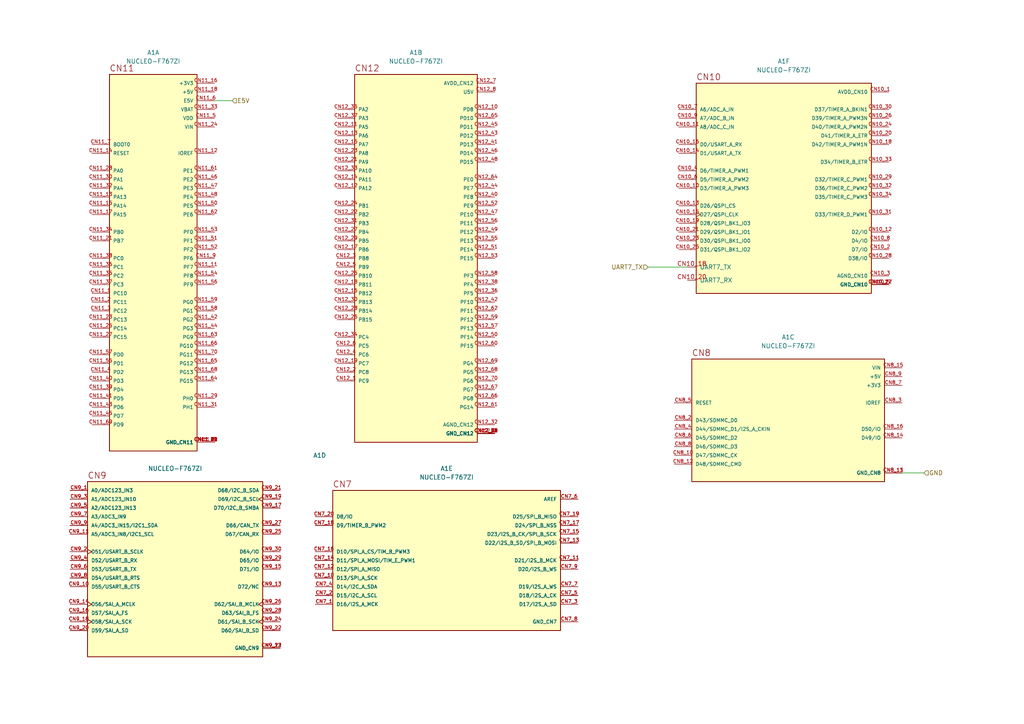
<source format=kicad_sch>
(kicad_sch (version 20230121) (generator eeschema)
  (paper "A4")
  (lib_symbols
    (symbol "NUCLEO-F767ZI:NUCLEO-F767ZI" (pin_names (offset 1.016))
      (property "Reference" "A" (at -12.7 57.15 0))
      (property "Value" "NUCLEO-F767ZI" (at -12.7 -57.15 0))
      (symbol "NUCLEO-F767ZI_1_0"
        (rectangle (start -12.7 53.34) (end 12.7 -55.88) (stroke (width 0.254)) (fill (type background)))
        (text "CN11" (at -12.7 54.102 0) (effects (font (size 1.778 1.778)) (justify left bottom)))
        (pin bidirectional line (at -17.78 -10.16 0) (length 5.08) (name "PC10") (number "CN11_1"))
        (pin bidirectional line (at 17.78 -2.54 180) (length 5.08) (name "PF7") (number "CN11_11"))
        (pin bidirectional line (at 17.78 30.48 180) (length 5.08) (name "IOREF") (number "CN11_12"))
        (pin bidirectional line (at -17.78 17.78 0) (length 5.08) (name "PA13") (number "CN11_13"))
        (pin bidirectional line (at -17.78 30.48 0) (length 5.08) (name "RESET") (number "CN11_14"))
        (pin bidirectional line (at -17.78 15.24 0) (length 5.08) (name "PA14") (number "CN11_15"))
        (pin power_in line (at 17.78 50.8 180) (length 5.08) (name "+3V3") (number "CN11_16"))
        (pin bidirectional line (at -17.78 12.7 0) (length 5.08) (name "PA15") (number "CN11_17"))
        (pin power_in line (at 17.78 48.26 180) (length 5.08) (name "+5V") (number "CN11_18"))
        (pin power_in line (at 17.78 -53.34 180) (length 5.08) (name "GND_CN11") (number "CN11_19"))
        (pin bidirectional line (at -17.78 -12.7 0) (length 5.08) (name "PC11") (number "CN11_2"))
        (pin power_in line (at 17.78 -53.34 180) (length 5.08) (name "GND_CN11") (number "CN11_20"))
        (pin bidirectional line (at -17.78 5.08 0) (length 5.08) (name "PB7") (number "CN11_21"))
        (pin power_in line (at 17.78 -53.34 180) (length 5.08) (name "GND_CN11") (number "CN11_22"))
        (pin bidirectional line (at -17.78 -17.78 0) (length 5.08) (name "PC13") (number "CN11_23"))
        (pin power_in line (at 17.78 38.1 180) (length 5.08) (name "VIN") (number "CN11_24"))
        (pin bidirectional line (at -17.78 -20.32 0) (length 5.08) (name "PC14") (number "CN11_25"))
        (pin bidirectional line (at -17.78 -22.86 0) (length 5.08) (name "PC15") (number "CN11_27"))
        (pin bidirectional line (at -17.78 25.4 0) (length 5.08) (name "PA0") (number "CN11_28"))
        (pin bidirectional line (at 17.78 -40.64 180) (length 5.08) (name "PH0") (number "CN11_29"))
        (pin bidirectional line (at -17.78 -15.24 0) (length 5.08) (name "PC12") (number "CN11_3"))
        (pin bidirectional line (at -17.78 22.86 0) (length 5.08) (name "PA1") (number "CN11_30"))
        (pin bidirectional line (at 17.78 -43.18 180) (length 5.08) (name "PH1") (number "CN11_31"))
        (pin bidirectional line (at -17.78 20.32 0) (length 5.08) (name "PA4") (number "CN11_32"))
        (pin power_in line (at 17.78 43.18 180) (length 5.08) (name "VBAT") (number "CN11_33"))
        (pin bidirectional line (at -17.78 7.62 0) (length 5.08) (name "PB0") (number "CN11_34"))
        (pin bidirectional line (at -17.78 -5.08 0) (length 5.08) (name "PC2") (number "CN11_35"))
        (pin bidirectional line (at -17.78 -2.54 0) (length 5.08) (name "PC1") (number "CN11_36"))
        (pin bidirectional line (at -17.78 -7.62 0) (length 5.08) (name "PC3") (number "CN11_37"))
        (pin bidirectional line (at -17.78 0 0) (length 5.08) (name "PC0") (number "CN11_38"))
        (pin bidirectional line (at -17.78 -38.1 0) (length 5.08) (name "PD4") (number "CN11_39"))
        (pin bidirectional line (at -17.78 -33.02 0) (length 5.08) (name "PD2") (number "CN11_4"))
        (pin bidirectional line (at -17.78 -35.56 0) (length 5.08) (name "PD3") (number "CN11_40"))
        (pin bidirectional line (at -17.78 -40.64 0) (length 5.08) (name "PD5") (number "CN11_41"))
        (pin bidirectional line (at 17.78 -17.78 180) (length 5.08) (name "PG2") (number "CN11_42"))
        (pin bidirectional line (at -17.78 -43.18 0) (length 5.08) (name "PD6") (number "CN11_43"))
        (pin bidirectional line (at 17.78 -20.32 180) (length 5.08) (name "PG3") (number "CN11_44"))
        (pin bidirectional line (at -17.78 -45.72 0) (length 5.08) (name "PD7") (number "CN11_45"))
        (pin bidirectional line (at 17.78 22.86 180) (length 5.08) (name "PE2") (number "CN11_46"))
        (pin bidirectional line (at 17.78 20.32 180) (length 5.08) (name "PE3") (number "CN11_47"))
        (pin bidirectional line (at 17.78 17.78 180) (length 5.08) (name "PE4") (number "CN11_48"))
        (pin power_in line (at 17.78 -53.34 180) (length 5.08) (name "GND_CN11") (number "CN11_49"))
        (pin power_in line (at 17.78 40.64 180) (length 5.08) (name "VDD") (number "CN11_5"))
        (pin bidirectional line (at 17.78 15.24 180) (length 5.08) (name "PE5") (number "CN11_50"))
        (pin bidirectional line (at 17.78 5.08 180) (length 5.08) (name "PF1") (number "CN11_51"))
        (pin bidirectional line (at 17.78 2.54 180) (length 5.08) (name "PF2") (number "CN11_52"))
        (pin bidirectional line (at 17.78 7.62 180) (length 5.08) (name "PF0") (number "CN11_53"))
        (pin bidirectional line (at 17.78 -5.08 180) (length 5.08) (name "PF8") (number "CN11_54"))
        (pin bidirectional line (at -17.78 -30.48 0) (length 5.08) (name "PD1") (number "CN11_55"))
        (pin bidirectional line (at 17.78 -7.62 180) (length 5.08) (name "PF9") (number "CN11_56"))
        (pin bidirectional line (at -17.78 -27.94 0) (length 5.08) (name "PD0") (number "CN11_57"))
        (pin bidirectional line (at 17.78 -15.24 180) (length 5.08) (name "PG1") (number "CN11_58"))
        (pin bidirectional line (at 17.78 -12.7 180) (length 5.08) (name "PG0") (number "CN11_59"))
        (pin power_in line (at 17.78 45.72 180) (length 5.08) (name "E5V") (number "CN11_6"))
        (pin power_in line (at 17.78 -53.34 180) (length 5.08) (name "GND_CN11") (number "CN11_60"))
        (pin bidirectional line (at 17.78 25.4 180) (length 5.08) (name "PE1") (number "CN11_61"))
        (pin bidirectional line (at 17.78 12.7 180) (length 5.08) (name "PE6") (number "CN11_62"))
        (pin bidirectional line (at 17.78 -22.86 180) (length 5.08) (name "PG9") (number "CN11_63"))
        (pin bidirectional line (at 17.78 -35.56 180) (length 5.08) (name "PG15") (number "CN11_64"))
        (pin bidirectional line (at 17.78 -30.48 180) (length 5.08) (name "PG12") (number "CN11_65"))
        (pin bidirectional line (at 17.78 -25.4 180) (length 5.08) (name "PG10") (number "CN11_66"))
        (pin bidirectional line (at 17.78 -33.02 180) (length 5.08) (name "PG13") (number "CN11_68"))
        (pin bidirectional line (at -17.78 -48.26 0) (length 5.08) (name "PD9") (number "CN11_69"))
        (pin bidirectional line (at -17.78 33.02 0) (length 5.08) (name "BOOT0") (number "CN11_7"))
        (pin bidirectional line (at 17.78 -27.94 180) (length 5.08) (name "PG11") (number "CN11_70"))
        (pin power_in line (at 17.78 -53.34 180) (length 5.08) (name "GND_CN11") (number "CN11_71"))
        (pin power_in line (at 17.78 -53.34 180) (length 5.08) (name "GND_CN11") (number "CN11_72"))
        (pin power_in line (at 17.78 -53.34 180) (length 5.08) (name "GND_CN11") (number "CN11_8"))
        (pin bidirectional line (at 17.78 0 180) (length 5.08) (name "PF6") (number "CN11_9"))
      )
      (symbol "NUCLEO-F767ZI_2_0"
        (rectangle (start -17.78 -53.34) (end 17.78 53.34) (stroke (width 0.254)) (fill (type background)))
        (text "CN12" (at -17.78 54.102 0) (effects (font (size 1.778 1.778)) (justify left bottom)))
        (pin bidirectional line (at -22.86 -35.56 0) (length 5.08) (name "PC9") (number "CN12_1"))
        (pin bidirectional line (at 22.86 43.18 180) (length 5.08) (name "PD8") (number "CN12_10"))
        (pin bidirectional line (at -22.86 38.1 0) (length 5.08) (name "PA5") (number "CN12_11"))
        (pin bidirectional line (at -22.86 20.32 0) (length 5.08) (name "PA12") (number "CN12_12"))
        (pin bidirectional line (at -22.86 35.56 0) (length 5.08) (name "PA6") (number "CN12_13"))
        (pin bidirectional line (at -22.86 22.86 0) (length 5.08) (name "PA11") (number "CN12_14"))
        (pin bidirectional line (at -22.86 33.02 0) (length 5.08) (name "PA7") (number "CN12_15"))
        (pin bidirectional line (at -22.86 -10.16 0) (length 5.08) (name "PB12") (number "CN12_16"))
        (pin bidirectional line (at -22.86 2.54 0) (length 5.08) (name "PB6") (number "CN12_17"))
        (pin bidirectional line (at -22.86 -7.62 0) (length 5.08) (name "PB11") (number "CN12_18"))
        (pin bidirectional line (at -22.86 -30.48 0) (length 5.08) (name "PC7") (number "CN12_19"))
        (pin bidirectional line (at -22.86 -33.02 0) (length 5.08) (name "PC8") (number "CN12_2"))
        (pin power_in line (at 22.86 -50.8 180) (length 5.08) (name "GND_CN12") (number "CN12_20"))
        (pin bidirectional line (at -22.86 27.94 0) (length 5.08) (name "PA9") (number "CN12_21"))
        (pin bidirectional line (at -22.86 12.7 0) (length 5.08) (name "PB2") (number "CN12_22"))
        (pin bidirectional line (at -22.86 30.48 0) (length 5.08) (name "PA8") (number "CN12_23"))
        (pin bidirectional line (at -22.86 15.24 0) (length 5.08) (name "PB1") (number "CN12_24"))
        (pin bidirectional line (at -22.86 -5.08 0) (length 5.08) (name "PB10") (number "CN12_25"))
        (pin bidirectional line (at -22.86 -17.78 0) (length 5.08) (name "PB15") (number "CN12_26"))
        (pin bidirectional line (at -22.86 7.62 0) (length 5.08) (name "PB4") (number "CN12_27"))
        (pin bidirectional line (at -22.86 -15.24 0) (length 5.08) (name "PB14") (number "CN12_28"))
        (pin bidirectional line (at -22.86 5.08 0) (length 5.08) (name "PB5") (number "CN12_29"))
        (pin bidirectional line (at -22.86 0 0) (length 5.08) (name "PB8") (number "CN12_3"))
        (pin bidirectional line (at -22.86 -12.7 0) (length 5.08) (name "PB13") (number "CN12_30"))
        (pin bidirectional line (at -22.86 10.16 0) (length 5.08) (name "PB3") (number "CN12_31"))
        (pin power_in line (at 22.86 -48.26 180) (length 5.08) (name "AGND_CN12") (number "CN12_32"))
        (pin bidirectional line (at -22.86 25.4 0) (length 5.08) (name "PA10") (number "CN12_33"))
        (pin bidirectional line (at -22.86 -22.86 0) (length 5.08) (name "PC4") (number "CN12_34"))
        (pin bidirectional line (at -22.86 43.18 0) (length 5.08) (name "PA2") (number "CN12_35"))
        (pin bidirectional line (at 22.86 -10.16 180) (length 5.08) (name "PF5") (number "CN12_36"))
        (pin bidirectional line (at -22.86 40.64 0) (length 5.08) (name "PA3") (number "CN12_37"))
        (pin bidirectional line (at 22.86 -7.62 180) (length 5.08) (name "PF4") (number "CN12_38"))
        (pin power_in line (at 22.86 -50.8 180) (length 5.08) (name "GND_CN12") (number "CN12_39"))
        (pin bidirectional line (at -22.86 -27.94 0) (length 5.08) (name "PC6") (number "CN12_4"))
        (pin bidirectional line (at 22.86 17.78 180) (length 5.08) (name "PE8") (number "CN12_40"))
        (pin bidirectional line (at 22.86 33.02 180) (length 5.08) (name "PD13") (number "CN12_41"))
        (pin bidirectional line (at 22.86 -12.7 180) (length 5.08) (name "PF10") (number "CN12_42"))
        (pin bidirectional line (at 22.86 35.56 180) (length 5.08) (name "PD12") (number "CN12_43"))
        (pin bidirectional line (at 22.86 20.32 180) (length 5.08) (name "PE7") (number "CN12_44"))
        (pin bidirectional line (at 22.86 38.1 180) (length 5.08) (name "PD11") (number "CN12_45"))
        (pin bidirectional line (at 22.86 30.48 180) (length 5.08) (name "PD14") (number "CN12_46"))
        (pin bidirectional line (at 22.86 12.7 180) (length 5.08) (name "PE10") (number "CN12_47"))
        (pin bidirectional line (at 22.86 27.94 180) (length 5.08) (name "PD15") (number "CN12_48"))
        (pin bidirectional line (at 22.86 7.62 180) (length 5.08) (name "PE12") (number "CN12_49"))
        (pin bidirectional line (at -22.86 -2.54 0) (length 5.08) (name "PB9") (number "CN12_5"))
        (pin bidirectional line (at 22.86 -22.86 180) (length 5.08) (name "PF14") (number "CN12_50"))
        (pin bidirectional line (at 22.86 2.54 180) (length 5.08) (name "PE14") (number "CN12_51"))
        (pin bidirectional line (at 22.86 15.24 180) (length 5.08) (name "PE9") (number "CN12_52"))
        (pin bidirectional line (at 22.86 0 180) (length 5.08) (name "PE15") (number "CN12_53"))
        (pin power_in line (at 22.86 -50.8 180) (length 5.08) (name "GND_CN12") (number "CN12_54"))
        (pin bidirectional line (at 22.86 5.08 180) (length 5.08) (name "PE13") (number "CN12_55"))
        (pin bidirectional line (at 22.86 10.16 180) (length 5.08) (name "PE11") (number "CN12_56"))
        (pin bidirectional line (at 22.86 -20.32 180) (length 5.08) (name "PF13") (number "CN12_57"))
        (pin bidirectional line (at 22.86 -5.08 180) (length 5.08) (name "PF3") (number "CN12_58"))
        (pin bidirectional line (at 22.86 -17.78 180) (length 5.08) (name "PF12") (number "CN12_59"))
        (pin bidirectional line (at -22.86 -25.4 0) (length 5.08) (name "PC5") (number "CN12_6"))
        (pin bidirectional line (at 22.86 -25.4 180) (length 5.08) (name "PF15") (number "CN12_60"))
        (pin bidirectional line (at 22.86 -43.18 180) (length 5.08) (name "PG14") (number "CN12_61"))
        (pin bidirectional line (at 22.86 -15.24 180) (length 5.08) (name "PF11") (number "CN12_62"))
        (pin power_in line (at 22.86 -50.8 180) (length 5.08) (name "GND_CN12") (number "CN12_63"))
        (pin bidirectional line (at 22.86 22.86 180) (length 5.08) (name "PE0") (number "CN12_64"))
        (pin bidirectional line (at 22.86 40.64 180) (length 5.08) (name "PD10") (number "CN12_65"))
        (pin bidirectional line (at 22.86 -40.64 180) (length 5.08) (name "PG8") (number "CN12_66"))
        (pin bidirectional line (at 22.86 -38.1 180) (length 5.08) (name "PG7") (number "CN12_67"))
        (pin bidirectional line (at 22.86 -33.02 180) (length 5.08) (name "PG5") (number "CN12_68"))
        (pin bidirectional line (at 22.86 -30.48 180) (length 5.08) (name "PG4") (number "CN12_69"))
        (pin power_in line (at 22.86 50.8 180) (length 5.08) (name "AVDD_CN12") (number "CN12_7"))
        (pin bidirectional line (at 22.86 -35.56 180) (length 5.08) (name "PG6") (number "CN12_70"))
        (pin power_in line (at 22.86 -50.8 180) (length 5.08) (name "GND_CN12") (number "CN12_71"))
        (pin power_in line (at 22.86 -50.8 180) (length 5.08) (name "GND_CN12") (number "CN12_72"))
        (pin power_in line (at 22.86 48.26 180) (length 5.08) (name "U5V") (number "CN12_8"))
        (pin power_in line (at 22.86 -50.8 180) (length 5.08) (name "GND_CN12") (number "CN12_9"))
      )
      (symbol "NUCLEO-F767ZI_3_0"
        (rectangle (start -27.94 -17.78) (end 27.94 17.78) (stroke (width 0.254)) (fill (type background)))
        (text "CN8" (at -27.94 18.542 0) (effects (font (size 1.778 1.778)) (justify left bottom)))
        (pin bidirectional line (at -33.02 -10.16 0) (length 5.08) (name "D47/SDMMC_CK") (number "CN8_10"))
        (pin power_in line (at 33.02 -15.24 180) (length 5.08) (name "GND_CN8") (number "CN8_11"))
        (pin bidirectional line (at -33.02 -12.7 0) (length 5.08) (name "D48/SDMMC_CMD") (number "CN8_12"))
        (pin power_in line (at 33.02 -15.24 180) (length 5.08) (name "GND_CN8") (number "CN8_13"))
        (pin bidirectional line (at 33.02 -5.08 180) (length 5.08) (name "D49/IO") (number "CN8_14"))
        (pin power_in line (at 33.02 15.24 180) (length 5.08) (name "VIN") (number "CN8_15"))
        (pin bidirectional line (at 33.02 -2.54 180) (length 5.08) (name "D50/IO") (number "CN8_16"))
        (pin bidirectional line (at -33.02 0 0) (length 5.08) (name "D43/SDMMC_D0") (number "CN8_2"))
        (pin bidirectional line (at 33.02 5.08 180) (length 5.08) (name "IOREF") (number "CN8_3"))
        (pin bidirectional line (at -33.02 -2.54 0) (length 5.08) (name "D44/SDMMC_D1/I2S_A_CKIN") (number "CN8_4"))
        (pin bidirectional line (at -33.02 5.08 0) (length 5.08) (name "RESET") (number "CN8_5"))
        (pin bidirectional line (at -33.02 -5.08 0) (length 5.08) (name "D45/SDMMC_D2") (number "CN8_6"))
        (pin power_in line (at 33.02 10.16 180) (length 5.08) (name "+3V3") (number "CN8_7"))
        (pin bidirectional line (at -33.02 -7.62 0) (length 5.08) (name "D46/SDMMC_D3") (number "CN8_8"))
        (pin power_in line (at 33.02 12.7 180) (length 5.08) (name "+5V") (number "CN8_9"))
      )
      (symbol "NUCLEO-F767ZI_4_0"
        (rectangle (start -25.4 -25.4) (end 25.4 25.4) (stroke (width 0.254)) (fill (type background)))
        (text "CN9" (at -25.4 26.162 0) (effects (font (size 1.778 1.778)) (justify left bottom)))
        (pin input line (at -30.48 22.86 0) (length 5.08) (name "A0/ADC123_IN3") (number "CN9_1"))
        (pin bidirectional line (at -30.48 -5.08 0) (length 5.08) (name "D55/USART_B_CTS") (number "CN9_10"))
        (pin input line (at -30.48 10.16 0) (length 5.08) (name "A5/ADC3_IN8/I2C1_SCL") (number "CN9_11"))
        (pin power_in line (at 30.48 -22.86 180) (length 5.08) (name "GND_CN9") (number "CN9_12"))
        (pin bidirectional line (at 30.48 -5.08 180) (length 5.08) (name "D72/NC") (number "CN9_13"))
        (pin bidirectional clock (at -30.48 -10.16 0) (length 5.08) (name "D56/SAI_A_MCLK") (number "CN9_14"))
        (pin bidirectional line (at 30.48 0 180) (length 5.08) (name "D71/IO") (number "CN9_15"))
        (pin bidirectional line (at -30.48 -12.7 0) (length 5.08) (name "D57/SAI_A_FS") (number "CN9_16"))
        (pin bidirectional line (at 30.48 17.78 180) (length 5.08) (name "D70/I2C_B_SMBA") (number "CN9_17"))
        (pin bidirectional clock (at -30.48 -15.24 0) (length 5.08) (name "D58/SAI_A_SCK") (number "CN9_18"))
        (pin bidirectional clock (at 30.48 20.32 180) (length 5.08) (name "D69/I2C_B_SCL") (number "CN9_19"))
        (pin bidirectional clock (at -30.48 5.08 0) (length 5.08) (name "D51/USART_B_SCLK") (number "CN9_2"))
        (pin bidirectional line (at -30.48 -17.78 0) (length 5.08) (name "D59/SAI_A_SD") (number "CN9_20"))
        (pin bidirectional line (at 30.48 22.86 180) (length 5.08) (name "D68/I2C_B_SDA") (number "CN9_21"))
        (pin bidirectional line (at 30.48 -17.78 180) (length 5.08) (name "D60/SAI_B_SD") (number "CN9_22"))
        (pin power_in line (at 30.48 -22.86 180) (length 5.08) (name "GND_CN9") (number "CN9_23"))
        (pin bidirectional clock (at 30.48 -15.24 180) (length 5.08) (name "D61/SAI_B_SCK") (number "CN9_24"))
        (pin input line (at 30.48 10.16 180) (length 5.08) (name "D67/CAN_RX") (number "CN9_25"))
        (pin bidirectional clock (at 30.48 -10.16 180) (length 5.08) (name "D62/SAI_B_MCLK") (number "CN9_26"))
        (pin output line (at 30.48 12.7 180) (length 5.08) (name "D66/CAN_TX") (number "CN9_27"))
        (pin bidirectional line (at 30.48 -12.7 180) (length 5.08) (name "D63/SAI_B_FS") (number "CN9_28"))
        (pin bidirectional line (at 30.48 2.54 180) (length 5.08) (name "D65/IO") (number "CN9_29"))
        (pin input line (at -30.48 20.32 0) (length 5.08) (name "A1/ADC123_IN10") (number "CN9_3"))
        (pin bidirectional line (at 30.48 5.08 180) (length 5.08) (name "D64/IO") (number "CN9_30"))
        (pin bidirectional line (at -30.48 2.54 0) (length 5.08) (name "D52/USART_B_RX") (number "CN9_4"))
        (pin input line (at -30.48 17.78 0) (length 5.08) (name "A2/ADC123_IN13") (number "CN9_5"))
        (pin bidirectional line (at -30.48 0 0) (length 5.08) (name "D53/USART_B_TX") (number "CN9_6"))
        (pin input line (at -30.48 15.24 0) (length 5.08) (name "A3/ADC3_IN9") (number "CN9_7"))
        (pin bidirectional line (at -30.48 -2.54 0) (length 5.08) (name "D54/USART_B_RTS") (number "CN9_8"))
        (pin input line (at -30.48 12.7 0) (length 5.08) (name "A4/ADC3_IN15/I2C1_SDA") (number "CN9_9"))
      )
      (symbol "NUCLEO-F767ZI_5_0"
        (rectangle (start -33.02 -20.32) (end 33.02 20.32) (stroke (width 0.254)) (fill (type background)))
        (text "CN7" (at -33.02 21.082 0) (effects (font (size 1.778 1.778)) (justify left bottom)))
        (pin bidirectional line (at -38.1 -12.7 0) (length 5.08) (name "D16/I2S_A_MCK") (number "CN7_1"))
        (pin bidirectional line (at -38.1 -5.08 0) (length 5.08) (name "D13/SPI_A_SCK") (number "CN7_10"))
        (pin bidirectional line (at 38.1 0 180) (length 5.08) (name "D21/I2S_B_MCK") (number "CN7_11"))
        (pin bidirectional line (at -38.1 -2.54 0) (length 5.08) (name "D12/SPI_A_MISO") (number "CN7_12"))
        (pin bidirectional line (at 38.1 5.08 180) (length 5.08) (name "D22/I2S_B_SD/SPI_B_MOSI") (number "CN7_13"))
        (pin bidirectional line (at -38.1 0 0) (length 5.08) (name "D11/SPI_A_MOSI/TIM_E_PWM1") (number "CN7_14"))
        (pin bidirectional line (at 38.1 7.62 180) (length 5.08) (name "D23/I2S_B_CK/SPI_B_SCK") (number "CN7_15"))
        (pin bidirectional line (at -38.1 2.54 0) (length 5.08) (name "D10/SPI_A_CS/TIM_B_PWM3") (number "CN7_16"))
        (pin bidirectional line (at 38.1 10.16 180) (length 5.08) (name "D24/SPI_B_NSS") (number "CN7_17"))
        (pin bidirectional line (at -38.1 10.16 0) (length 5.08) (name "D9/TIMER_B_PWM2") (number "CN7_18"))
        (pin bidirectional line (at 38.1 12.7 180) (length 5.08) (name "D25/SPI_B_MISO") (number "CN7_19"))
        (pin bidirectional line (at -38.1 -10.16 0) (length 5.08) (name "D15/I2C_A_SCL") (number "CN7_2"))
        (pin bidirectional line (at -38.1 12.7 0) (length 5.08) (name "D8/IO") (number "CN7_20"))
        (pin bidirectional line (at 38.1 -12.7 180) (length 5.08) (name "D17/I2S_A_SD") (number "CN7_3"))
        (pin bidirectional line (at -38.1 -7.62 0) (length 5.08) (name "D14/I2C_A_SDA") (number "CN7_4"))
        (pin bidirectional line (at 38.1 -10.16 180) (length 5.08) (name "D18/I2S_A_CK") (number "CN7_5"))
        (pin power_in line (at 38.1 17.78 180) (length 5.08) (name "AREF") (number "CN7_6"))
        (pin bidirectional line (at 38.1 -7.62 180) (length 5.08) (name "D19/I2S_A_WS") (number "CN7_7"))
        (pin power_in line (at 38.1 -17.78 180) (length 5.08) (name "GND_CN7") (number "CN7_8"))
        (pin bidirectional line (at 38.1 -2.54 180) (length 5.08) (name "D20/I2S_B_WS") (number "CN7_9"))
      )
      (symbol "NUCLEO-F767ZI_6_0"
        (rectangle (start -25.4 -30.48) (end 25.4 30.48) (stroke (width 0.254)) (fill (type background)))
        (text "CN10" (at -25.4 31.242 0) (effects (font (size 1.778 1.778)) (justify left bottom)))
        (pin power_in line (at 30.48 27.94 180) (length 5.08) (name "AVDD_CN10") (number "CN10_1"))
        (pin bidirectional line (at -30.48 0 0) (length 5.08) (name "D3/TIMER_A_PWM3") (number "CN10_10"))
        (pin input line (at -30.48 17.78 0) (length 5.08) (name "A8/ADC_C_IN") (number "CN10_11"))
        (pin bidirectional line (at 30.48 -12.7 180) (length 5.08) (name "D2/IO") (number "CN10_12"))
        (pin bidirectional line (at -30.48 -5.08 0) (length 5.08) (name "D26/QSPI_CS") (number "CN10_13"))
        (pin output line (at -30.48 10.16 0) (length 5.08) (name "D1/USART_A_TX") (number "CN10_14"))
        (pin bidirectional clock (at -30.48 -7.62 0) (length 5.08) (name "D27/QSPI_CLK") (number "CN10_15"))
        (pin input line (at -30.48 12.7 0) (length 5.08) (name "D0/USART_A_RX") (number "CN10_16"))
        (pin power_in line (at 30.48 -27.94 180) (length 5.08) (name "GND_CN10") (number "CN10_17"))
        (pin bidirectional line (at 30.48 12.7 180) (length 5.08) (name "D42/TIMER_A_PWM1N") (number "CN10_18"))
        (pin bidirectional line (at -30.48 -10.16 0) (length 5.08) (name "D28/QSPI_BK1_IO3") (number "CN10_19"))
        (pin bidirectional line (at 30.48 -17.78 180) (length 5.08) (name "D7/IO") (number "CN10_2"))
        (pin bidirectional line (at 30.48 15.24 180) (length 5.08) (name "D41/TIMER_A_ETR") (number "CN10_20"))
        (pin bidirectional line (at -30.48 -12.7 0) (length 5.08) (name "D29/QSPI_BK1_IO1") (number "CN10_21"))
        (pin power_in line (at 30.48 -27.94 180) (length 5.08) (name "GND_CN10") (number "CN10_22"))
        (pin bidirectional line (at -30.48 -15.24 0) (length 5.08) (name "D30/QSPI_BK1_IO0") (number "CN10_23"))
        (pin bidirectional line (at 30.48 17.78 180) (length 5.08) (name "D40/TIMER_A_PWM2N") (number "CN10_24"))
        (pin bidirectional line (at -30.48 -17.78 0) (length 5.08) (name "D31/QSPI_BK1_IO2") (number "CN10_25"))
        (pin bidirectional line (at 30.48 20.32 180) (length 5.08) (name "D39/TIMER_A_PWM3N") (number "CN10_26"))
        (pin power_in line (at 30.48 -27.94 180) (length 5.08) (name "GND_CN10") (number "CN10_27"))
        (pin bidirectional line (at 30.48 -20.32 180) (length 5.08) (name "D38/IO") (number "CN10_28"))
        (pin bidirectional line (at 30.48 2.54 180) (length 5.08) (name "D32/TIMER_C_PWM1") (number "CN10_29"))
        (pin power_in line (at 30.48 -25.4 180) (length 5.08) (name "AGND_CN10") (number "CN10_3"))
        (pin bidirectional line (at 30.48 22.86 180) (length 5.08) (name "D37/TIMER_A_BKIN1") (number "CN10_30"))
        (pin bidirectional line (at 30.48 -7.62 180) (length 5.08) (name "D33/TIMER_D_PWM1") (number "CN10_31"))
        (pin bidirectional line (at 30.48 0 180) (length 5.08) (name "D36/TIMER_C_PWM2") (number "CN10_32"))
        (pin bidirectional line (at 30.48 7.62 180) (length 5.08) (name "D34/TIMER_B_ETR") (number "CN10_33"))
        (pin bidirectional line (at 30.48 -2.54 180) (length 5.08) (name "D35/TIMER_C_PWM3") (number "CN10_34"))
        (pin bidirectional line (at -30.48 5.08 0) (length 5.08) (name "D6/TIMER_A_PWM1") (number "CN10_4"))
        (pin power_in line (at 30.48 -27.94 180) (length 5.08) (name "GND_CN10") (number "CN10_5"))
        (pin bidirectional line (at -30.48 2.54 0) (length 5.08) (name "D5/TIMER_A_PWM2") (number "CN10_6"))
        (pin input line (at -30.48 22.86 0) (length 5.08) (name "A6/ADC_A_IN") (number "CN10_7"))
        (pin bidirectional line (at 30.48 -15.24 180) (length 5.08) (name "D4/IO") (number "CN10_8"))
        (pin input line (at -30.48 20.32 0) (length 5.08) (name "A7/ADC_B_IN") (number "CN10_9"))
      )
      (symbol "NUCLEO-F767ZI_6_1"
        (pin output line (at -27.94 -22.86 0) (length 2.54) (name "UART7_TX") (number "CN10_18"))
        (pin input line (at -27.94 -26.67 0) (length 2.54) (name "UART7_RX") (number "CN10_20"))
      )
    )
  )
  (wire (pts (xy 261.62 137.16) (xy 267.97 137.16)))
  (wire (pts (xy 187.96 77.47) (xy 199.39 77.47)))
  (wire (pts (xy 62.23 29.21) (xy 67.31 29.21)))
  (hierarchical_label "GND" (shape input) (at 267.97 137.16 0))
  (hierarchical_label "UART7_TX" (shape input) (at 187.96 77.47 180))
  (hierarchical_label "E5V" (shape input) (at 67.31 29.21 0))
  (symbol (lib_id "NUCLEO-F767ZI:NUCLEO-F767ZI") (at 228.6 121.92 0) (unit 3)
    (property "Reference" "A1" (at 228.6 97.79 0))
    (property "Value" "NUCLEO-F767ZI" (at 228.6 100.33 0))
    (property "Footprint" "NUCLEO-F767ZI:NUCLEO-F767ZI" (effects hide))
    (property "MAXIMUM_PACKAGE_HEIGHT" "N/A" (effects hide))
    (property "STANDARD" "Manufacturer Recommendations" (effects hide))
    (property "PARTREV" "7" (effects hide))
    (property "MANUFACTURER" "STMicroelectronics" (effects hide))
  )
  (symbol (lib_id "NUCLEO-F767ZI:NUCLEO-F767ZI") (at 50.8 165.1 0) (unit 4)
    (property "Reference" "A1" (at 92.71 132.08 0))
    (property "Value" "NUCLEO-F767ZI" (at 50.8 135.89 0))
    (property "Footprint" "NUCLEO-F767ZI:NUCLEO-F767ZI" (effects hide))
    (property "MAXIMUM_PACKAGE_HEIGHT" "N/A" (effects hide))
    (property "STANDARD" "Manufacturer Recommendations" (effects hide))
    (property "PARTREV" "7" (effects hide))
    (property "MANUFACTURER" "STMicroelectronics" (effects hide))
  )
  (symbol (lib_id "NUCLEO-F767ZI:NUCLEO-F767ZI") (at 129.54 162.56 0) (unit 5)
    (property "Reference" "A1" (at 129.54 135.89 0))
    (property "Value" "NUCLEO-F767ZI" (at 129.54 138.43 0))
    (property "Footprint" "NUCLEO-F767ZI:NUCLEO-F767ZI" (effects hide))
    (property "MAXIMUM_PACKAGE_HEIGHT" "N/A" (effects hide))
    (property "STANDARD" "Manufacturer Recommendations" (effects hide))
    (property "PARTREV" "7" (effects hide))
    (property "MANUFACTURER" "STMicroelectronics" (effects hide))
  )
  (symbol (lib_id "NUCLEO-F767ZI:NUCLEO-F767ZI") (at 227.33 54.61 0) (unit 6)
    (property "Reference" "A1" (at 227.33 17.78 0))
    (property "Value" "NUCLEO-F767ZI" (at 227.33 20.32 0))
    (property "Footprint" "NUCLEO-F767ZI:NUCLEO-F767ZI" (effects hide))
    (property "MAXIMUM_PACKAGE_HEIGHT" "N/A" (effects hide))
    (property "STANDARD" "Manufacturer Recommendations" (effects hide))
    (property "PARTREV" "7" (effects hide))
    (property "MANUFACTURER" "STMicroelectronics" (effects hide))
  )
  (symbol (lib_id "NUCLEO-F767ZI:NUCLEO-F767ZI") (at 120.65 74.93 0) (unit 2)
    (property "Reference" "A1" (at 120.65 15.24 0))
    (property "Value" "NUCLEO-F767ZI" (at 120.65 17.78 0))
    (property "Footprint" "NUCLEO-F767ZI:NUCLEO-F767ZI" (effects hide))
    (property "MAXIMUM_PACKAGE_HEIGHT" "N/A" (effects hide))
    (property "STANDARD" "Manufacturer Recommendations" (effects hide))
    (property "PARTREV" "7" (effects hide))
    (property "MANUFACTURER" "STMicroelectronics" (effects hide))
  )
  (symbol (lib_id "NUCLEO-F767ZI:NUCLEO-F767ZI") (at 44.45 74.93 0) (unit 1)
    (property "Reference" "A1" (at 44.45 15.24 0))
    (property "Value" "NUCLEO-F767ZI" (at 44.45 17.78 0))
    (property "Footprint" "NUCLEO-F767ZI:NUCLEO-F767ZI" (effects hide))
    (property "MAXIMUM_PACKAGE_HEIGHT" "N/A" (effects hide))
    (property "STANDARD" "Manufacturer Recommendations" (effects hide))
    (property "PARTREV" "7" (effects hide))
    (property "MANUFACTURER" "STMicroelectronics" (effects hide))
  )
)
</source>
